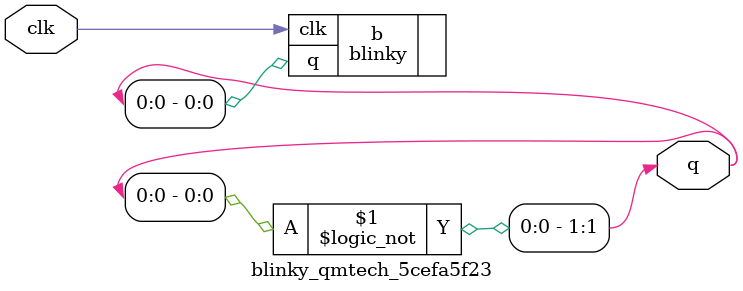
<source format=v>
module blinky_qmtech_5cefa5f23#(parameter clk_freq_hz = 0)
 (input  clk,
  output  [1:0] q );

 assign q[1] = !q[0];

 blinky #(.clk_freq_hz(clk_freq_hz))
  b(
    .clk(clk),
    .q(q[0])
    );


endmodule

</source>
